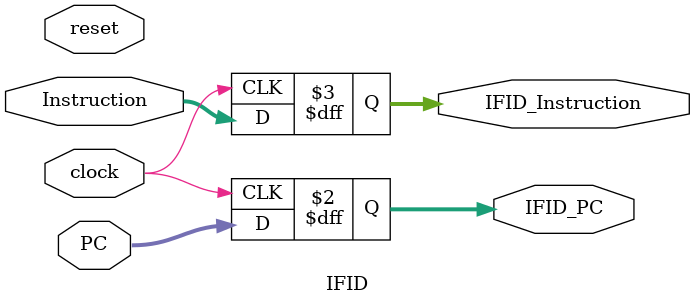
<source format=v>
`timescale 1ns / 1ps


module IFID(
input clock,
input reset,
input [63:0] PC,
input [31:0] Instruction,
output reg [63:0] IFID_PC,
output reg [31:0] IFID_Instruction
    );
    
always @(posedge clock)
begin

//if (reset == 1)
//begin
//    IFID_PC <= 0;
//    IFID_Instruction <= 0;
//end
//else
//begin
    IFID_PC <= PC;
    IFID_Instruction <= Instruction;
//end

end

endmodule

</source>
